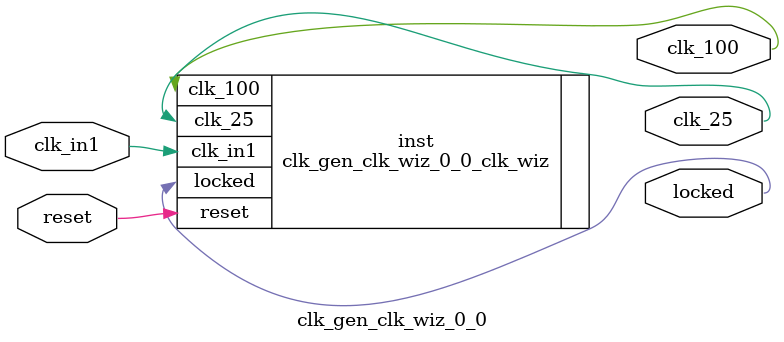
<source format=v>


`timescale 1ps/1ps

(* CORE_GENERATION_INFO = "clk_gen_clk_wiz_0_0,clk_wiz_v5_4_0_0,{component_name=clk_gen_clk_wiz_0_0,use_phase_alignment=true,use_min_o_jitter=false,use_max_i_jitter=false,use_dyn_phase_shift=false,use_inclk_switchover=false,use_dyn_reconfig=false,enable_axi=0,feedback_source=FDBK_AUTO,PRIMITIVE=MMCM,num_out_clk=2,clkin1_period=10.000,clkin2_period=10.000,use_power_down=false,use_reset=true,use_locked=true,use_inclk_stopped=false,feedback_type=SINGLE,CLOCK_MGR_TYPE=NA,manual_override=false}" *)

module clk_gen_clk_wiz_0_0 
 (
  // Clock out ports
  output        clk_100,
  output        clk_25,
  // Status and control signals
  input         reset,
  output        locked,
 // Clock in ports
  input         clk_in1
 );

  clk_gen_clk_wiz_0_0_clk_wiz inst
  (
  // Clock out ports  
  .clk_100(clk_100),
  .clk_25(clk_25),
  // Status and control signals               
  .reset(reset), 
  .locked(locked),
 // Clock in ports
  .clk_in1(clk_in1)
  );

endmodule

</source>
